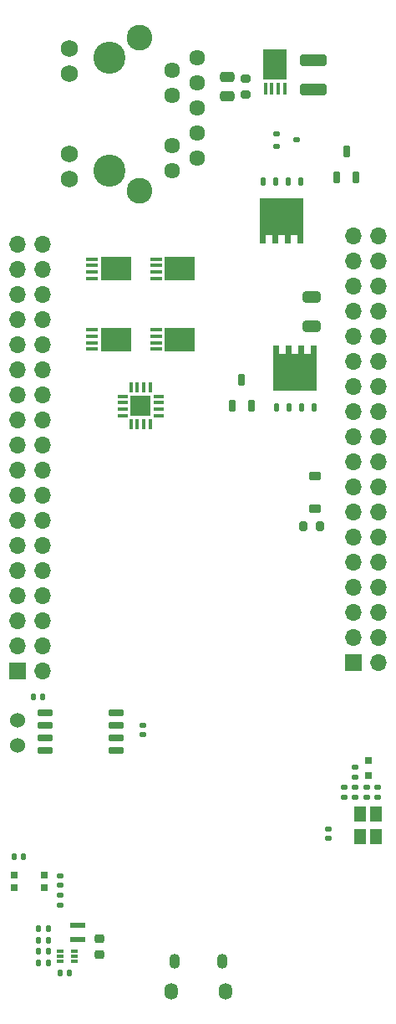
<source format=gbr>
%TF.GenerationSoftware,KiCad,Pcbnew,8.0.1*%
%TF.CreationDate,2024-10-20T18:03:53-07:00*%
%TF.ProjectId,POEPico,504f4550-6963-46f2-9e6b-696361645f70,rev?*%
%TF.SameCoordinates,Original*%
%TF.FileFunction,Soldermask,Bot*%
%TF.FilePolarity,Negative*%
%FSLAX46Y46*%
G04 Gerber Fmt 4.6, Leading zero omitted, Abs format (unit mm)*
G04 Created by KiCad (PCBNEW 8.0.1) date 2024-10-20 18:03:53*
%MOMM*%
%LPD*%
G01*
G04 APERTURE LIST*
G04 Aperture macros list*
%AMRoundRect*
0 Rectangle with rounded corners*
0 $1 Rounding radius*
0 $2 $3 $4 $5 $6 $7 $8 $9 X,Y pos of 4 corners*
0 Add a 4 corners polygon primitive as box body*
4,1,4,$2,$3,$4,$5,$6,$7,$8,$9,$2,$3,0*
0 Add four circle primitives for the rounded corners*
1,1,$1+$1,$2,$3*
1,1,$1+$1,$4,$5*
1,1,$1+$1,$6,$7*
1,1,$1+$1,$8,$9*
0 Add four rect primitives between the rounded corners*
20,1,$1+$1,$2,$3,$4,$5,0*
20,1,$1+$1,$4,$5,$6,$7,0*
20,1,$1+$1,$6,$7,$8,$9,0*
20,1,$1+$1,$8,$9,$2,$3,0*%
%AMFreePoly0*
4,1,17,2.675000,1.605000,1.875000,1.605000,1.875000,0.935000,2.675000,0.935000,2.675000,0.335000,1.875000,0.335000,1.875000,-0.335000,2.675000,-0.335000,2.675000,-0.935000,1.875000,-0.935000,1.875000,-1.605000,2.675000,-1.605000,2.675000,-2.205000,-1.875000,-2.205000,-1.875000,2.205000,2.675000,2.205000,2.675000,1.605000,2.675000,1.605000,$1*%
G04 Aperture macros list end*
%ADD10RoundRect,0.135000X0.135000X0.185000X-0.135000X0.185000X-0.135000X-0.185000X0.135000X-0.185000X0*%
%ADD11RoundRect,0.135000X-0.135000X-0.185000X0.135000X-0.185000X0.135000X0.185000X-0.135000X0.185000X0*%
%ADD12RoundRect,0.200000X-0.200000X-0.275000X0.200000X-0.275000X0.200000X0.275000X-0.200000X0.275000X0*%
%ADD13RoundRect,0.200000X0.275000X-0.200000X0.275000X0.200000X-0.275000X0.200000X-0.275000X-0.200000X0*%
%ADD14RoundRect,0.135000X0.185000X-0.135000X0.185000X0.135000X-0.185000X0.135000X-0.185000X-0.135000X0*%
%ADD15RoundRect,0.135000X-0.185000X0.135000X-0.185000X-0.135000X0.185000X-0.135000X0.185000X0.135000X0*%
%ADD16C,1.524000*%
%ADD17C,3.250000*%
%ADD18C,1.612000*%
%ADD19C,1.749000*%
%ADD20C,2.604000*%
%ADD21O,1.350000X1.700000*%
%ADD22O,1.100000X1.500000*%
%ADD23RoundRect,0.140000X-0.140000X-0.170000X0.140000X-0.170000X0.140000X0.170000X-0.140000X0.170000X0*%
%ADD24RoundRect,0.112500X0.237500X-0.112500X0.237500X0.112500X-0.237500X0.112500X-0.237500X-0.112500X0*%
%ADD25R,1.600000X0.550000*%
%ADD26RoundRect,0.250000X-0.475000X0.250000X-0.475000X-0.250000X0.475000X-0.250000X0.475000X0.250000X0*%
%ADD27RoundRect,0.140000X0.170000X-0.140000X0.170000X0.140000X-0.170000X0.140000X-0.170000X-0.140000X0*%
%ADD28RoundRect,0.250000X1.100000X-0.325000X1.100000X0.325000X-1.100000X0.325000X-1.100000X-0.325000X0*%
%ADD29R,1.200000X1.600000*%
%ADD30R,0.800000X0.800000*%
%ADD31RoundRect,0.085000X0.265000X0.085000X-0.265000X0.085000X-0.265000X-0.085000X0.265000X-0.085000X0*%
%ADD32RoundRect,0.162500X0.162500X-0.447500X0.162500X0.447500X-0.162500X0.447500X-0.162500X-0.447500X0*%
%ADD33R,1.219200X0.406400*%
%ADD34R,3.073400X2.489200*%
%ADD35RoundRect,0.140000X-0.170000X0.140000X-0.170000X-0.140000X0.170000X-0.140000X0.170000X0.140000X0*%
%ADD36FreePoly0,270.000000*%
%ADD37RoundRect,0.125000X-0.125000X0.300000X-0.125000X-0.300000X0.125000X-0.300000X0.125000X0.300000X0*%
%ADD38RoundRect,0.225000X0.250000X-0.225000X0.250000X0.225000X-0.250000X0.225000X-0.250000X-0.225000X0*%
%ADD39R,1.700000X1.700000*%
%ADD40O,1.700000X1.700000*%
%ADD41RoundRect,0.225000X0.375000X-0.225000X0.375000X0.225000X-0.375000X0.225000X-0.375000X-0.225000X0*%
%ADD42RoundRect,0.150000X-0.650000X-0.150000X0.650000X-0.150000X0.650000X0.150000X-0.650000X0.150000X0*%
%ADD43RoundRect,0.075000X0.462500X0.075000X-0.462500X0.075000X-0.462500X-0.075000X0.462500X-0.075000X0*%
%ADD44RoundRect,0.075000X0.075000X0.462500X-0.075000X0.462500X-0.075000X-0.462500X0.075000X-0.462500X0*%
%ADD45R,2.150000X2.150000*%
%ADD46RoundRect,0.250000X-0.650000X0.325000X-0.650000X-0.325000X0.650000X-0.325000X0.650000X0.325000X0*%
%ADD47FreePoly0,90.000000*%
%ADD48RoundRect,0.125000X0.125000X-0.300000X0.125000X0.300000X-0.125000X0.300000X-0.125000X-0.300000X0*%
%ADD49R,0.406400X1.219200*%
%ADD50R,2.489200X3.073400*%
G04 APERTURE END LIST*
D10*
%TO.C,R33*%
X119176200Y-120904000D03*
X118156200Y-120904000D03*
%TD*%
D11*
%TO.C,R32*%
X118156200Y-119761000D03*
X119176200Y-119761000D03*
%TD*%
D12*
%TO.C,R29*%
X145045401Y-76723829D03*
X146695401Y-76723829D03*
%TD*%
D13*
%TO.C,R22*%
X139192000Y-33068129D03*
X139192000Y-31418129D03*
%TD*%
D14*
%TO.C,R17*%
X150264401Y-102171629D03*
X150264401Y-101151629D03*
%TD*%
D15*
%TO.C,R5*%
X120373801Y-114098229D03*
X120373801Y-115118229D03*
%TD*%
D16*
%TO.C,J10*%
X116064001Y-98892029D03*
X116084001Y-96352029D03*
%TD*%
D17*
%TO.C,J2*%
X125388401Y-29297629D03*
X125388401Y-40727629D03*
D18*
X134278401Y-29297629D03*
X131738401Y-30567629D03*
X134278401Y-31837629D03*
X131738401Y-33107629D03*
X134278401Y-34377629D03*
X134278401Y-36917629D03*
X131738401Y-38187629D03*
X134278401Y-39457629D03*
X131738401Y-40727629D03*
D19*
X121308401Y-28387629D03*
X121308401Y-30927629D03*
X121308401Y-39097629D03*
X121308401Y-41637629D03*
D20*
X128438401Y-27267629D03*
X128438401Y-42757629D03*
%TD*%
D21*
%TO.C,J1*%
X131631501Y-123799429D03*
D22*
X131941501Y-120799429D03*
X136781501Y-120799429D03*
D21*
X137091501Y-123799429D03*
%TD*%
D23*
%TO.C,C59*%
X118186200Y-117475000D03*
X119146200Y-117475000D03*
%TD*%
D24*
%TO.C,D6*%
X142295401Y-38308629D03*
X142295401Y-37008629D03*
X144295401Y-37658629D03*
%TD*%
D25*
%TO.C,L5*%
X122174000Y-118544000D03*
X122174000Y-117094000D03*
%TD*%
D26*
%TO.C,C55*%
X137287000Y-31293129D03*
X137287000Y-33193129D03*
%TD*%
D27*
%TO.C,C29*%
X150292401Y-104144029D03*
X150292401Y-103184029D03*
%TD*%
D28*
%TO.C,C41*%
X146048001Y-32528729D03*
X146048001Y-29578729D03*
%TD*%
D29*
%TO.C,FB3*%
X152396801Y-105883029D03*
X150796801Y-105883029D03*
%TD*%
D30*
%TO.C,D3*%
X151638000Y-101957000D03*
X151638000Y-100457000D03*
%TD*%
D23*
%TO.C,C63*%
X117658000Y-94030800D03*
X118618000Y-94030800D03*
%TD*%
D31*
%TO.C,U9*%
X121845200Y-119761000D03*
X121845200Y-120261000D03*
X121845200Y-120761000D03*
X120345200Y-120761000D03*
X120345200Y-120261000D03*
X120345200Y-119761000D03*
%TD*%
D32*
%TO.C,Q10*%
X150325401Y-41421629D03*
X148425401Y-41421629D03*
X149375401Y-38801629D03*
%TD*%
D33*
%TO.C,Q8*%
X123603401Y-51663128D03*
X123603401Y-51013130D03*
X123603401Y-50363128D03*
X123603401Y-49713130D03*
D34*
X126003701Y-50688129D03*
%TD*%
D33*
%TO.C,Q2*%
X130093101Y-58826628D03*
X130093101Y-58176630D03*
X130093101Y-57526628D03*
X130093101Y-56876630D03*
D34*
X132493401Y-57851629D03*
%TD*%
D27*
%TO.C,C33*%
X151435401Y-104144029D03*
X151435401Y-103184029D03*
%TD*%
D23*
%TO.C,C58*%
X120345200Y-121920000D03*
X121305200Y-121920000D03*
%TD*%
D33*
%TO.C,Q4*%
X130093101Y-51663128D03*
X130093101Y-51013130D03*
X130093101Y-50363128D03*
X130093101Y-49713130D03*
D34*
X132493401Y-50688129D03*
%TD*%
D32*
%TO.C,D5*%
X139718401Y-64508629D03*
X137818401Y-64508629D03*
X138768401Y-61888629D03*
%TD*%
D35*
%TO.C,C35*%
X147546601Y-107361429D03*
X147546601Y-108321429D03*
%TD*%
%TO.C,C14*%
X120373801Y-112111229D03*
X120373801Y-113071229D03*
%TD*%
D29*
%TO.C,FB2*%
X152396801Y-108169029D03*
X150796801Y-108169029D03*
%TD*%
D36*
%TO.C,Q11*%
X142825401Y-45436629D03*
D37*
X140920401Y-41886629D03*
X142190401Y-41886629D03*
X143460401Y-41886629D03*
X144730401Y-41886629D03*
%TD*%
D38*
%TO.C,C57*%
X124333000Y-120056000D03*
X124333000Y-118506000D03*
%TD*%
D27*
%TO.C,C38*%
X152578401Y-104144029D03*
X152578401Y-103184029D03*
%TD*%
D39*
%TO.C,J21*%
X116078000Y-91400429D03*
D40*
X118618000Y-91400429D03*
X116078000Y-88860429D03*
X118618000Y-88860429D03*
X116078000Y-86320429D03*
X118618000Y-86320429D03*
X116078000Y-83780429D03*
X118618000Y-83780429D03*
X116078000Y-81240429D03*
X118618000Y-81240429D03*
X116078000Y-78700429D03*
X118618000Y-78700429D03*
X116078000Y-76160429D03*
X118618000Y-76160429D03*
X116078000Y-73620429D03*
X118618000Y-73620429D03*
X116078000Y-71080429D03*
X118618000Y-71080429D03*
X116078000Y-68540429D03*
X118618000Y-68540429D03*
X116078000Y-66000429D03*
X118618000Y-66000429D03*
X116078000Y-63460429D03*
X118618000Y-63460429D03*
X116078000Y-60920429D03*
X118618000Y-60920429D03*
X116078000Y-58380429D03*
X118618000Y-58380429D03*
X116078000Y-55840429D03*
X118618000Y-55840429D03*
X116078000Y-53300429D03*
X118618000Y-53300429D03*
X116078000Y-50760429D03*
X118618000Y-50760429D03*
X116078000Y-48220429D03*
X118618000Y-48220429D03*
%TD*%
D41*
%TO.C,D7*%
X146200401Y-74995629D03*
X146200401Y-71695629D03*
%TD*%
D39*
%TO.C,J22*%
X150088600Y-90576400D03*
D40*
X152628600Y-90576400D03*
X150088600Y-88036400D03*
X152628600Y-88036400D03*
X150088600Y-85496400D03*
X152628600Y-85496400D03*
X150088600Y-82956400D03*
X152628600Y-82956400D03*
X150088600Y-80416400D03*
X152628600Y-80416400D03*
X150088600Y-77876400D03*
X152628600Y-77876400D03*
X150088600Y-75336400D03*
X152628600Y-75336400D03*
X150088600Y-72796400D03*
X152628600Y-72796400D03*
X150088600Y-70256400D03*
X152628600Y-70256400D03*
X150088600Y-67716400D03*
X152628600Y-67716400D03*
X150088600Y-65176400D03*
X152628600Y-65176400D03*
X150088600Y-62636400D03*
X152628600Y-62636400D03*
X150088600Y-60096400D03*
X152628600Y-60096400D03*
X150088600Y-57556400D03*
X152628600Y-57556400D03*
X150088600Y-55016400D03*
X152628600Y-55016400D03*
X150088600Y-52476400D03*
X152628600Y-52476400D03*
X150088600Y-49936400D03*
X152628600Y-49936400D03*
X150088600Y-47396400D03*
X152628600Y-47396400D03*
%TD*%
D42*
%TO.C,U2*%
X118858001Y-99457029D03*
X118858001Y-98187029D03*
X118858001Y-96917029D03*
X118858001Y-95647029D03*
X126058001Y-95647029D03*
X126058001Y-96917029D03*
X126058001Y-98187029D03*
X126058001Y-99457029D03*
%TD*%
D33*
%TO.C,Q6*%
X123616101Y-58826628D03*
X123616101Y-58176630D03*
X123616101Y-57526628D03*
X123616101Y-56876630D03*
D34*
X126016401Y-57851629D03*
%TD*%
D30*
%TO.C,Y1*%
X118793801Y-112029829D03*
X118793801Y-113329829D03*
X115693801Y-113329829D03*
X115693801Y-112029829D03*
%TD*%
D43*
%TO.C,U4*%
X130352901Y-63575629D03*
X130352901Y-64225629D03*
X130352901Y-64875629D03*
X130352901Y-65525629D03*
D44*
X129490401Y-66388129D03*
X128840401Y-66388129D03*
X128190401Y-66388129D03*
X127540401Y-66388129D03*
D43*
X126677901Y-65525629D03*
X126677901Y-64875629D03*
X126677901Y-64225629D03*
X126677901Y-63575629D03*
D44*
X127540401Y-62713129D03*
X128190401Y-62713129D03*
X128840401Y-62713129D03*
X129490401Y-62713129D03*
D45*
X128515401Y-64550629D03*
%TD*%
D23*
%TO.C,C60*%
X118186200Y-118618000D03*
X119146200Y-118618000D03*
%TD*%
D46*
%TO.C,C43*%
X145819401Y-53532629D03*
X145819401Y-56482629D03*
%TD*%
D47*
%TO.C,Q12*%
X144168401Y-61138629D03*
D48*
X146073401Y-64688629D03*
X144803401Y-64688629D03*
X143533401Y-64688629D03*
X142263401Y-64688629D03*
%TD*%
D49*
%TO.C,Q9*%
X143111400Y-32438929D03*
X142461402Y-32438929D03*
X141811400Y-32438929D03*
X141161402Y-32438929D03*
D50*
X142136401Y-30038629D03*
%TD*%
D23*
%TO.C,C13*%
X115693801Y-110201029D03*
X116653801Y-110201029D03*
%TD*%
D27*
%TO.C,C28*%
X149149401Y-104144029D03*
X149149401Y-103184029D03*
%TD*%
%TO.C,C12*%
X128776001Y-97851429D03*
X128776001Y-96891429D03*
%TD*%
M02*

</source>
